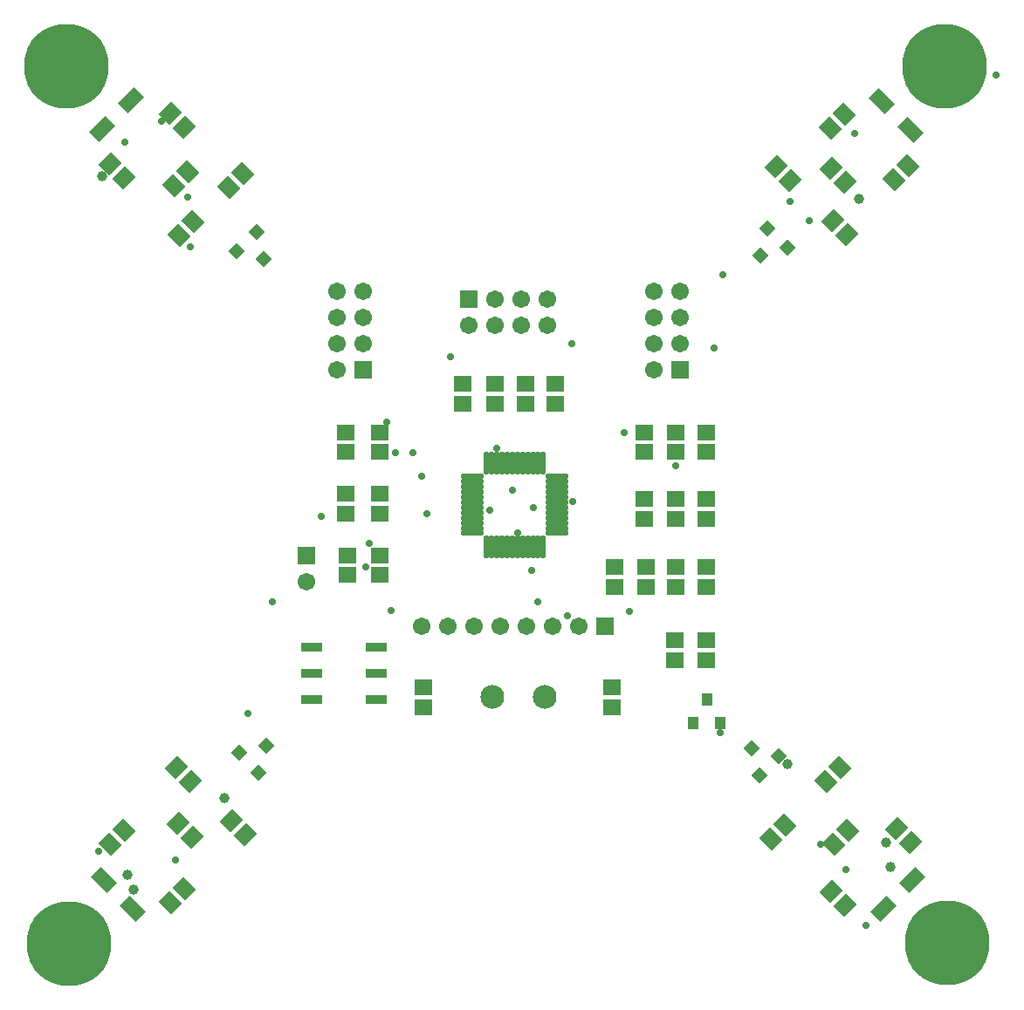
<source format=gts>
%FSLAX25Y25*%
%MOIN*%
G70*
G01*
G75*
G04 Layer_Color=8388736*
%ADD10R,0.05906X0.05118*%
%ADD11R,0.07480X0.02756*%
G04:AMPARAMS|DCode=12|XSize=59.06mil|YSize=51.18mil|CornerRadius=0mil|HoleSize=0mil|Usage=FLASHONLY|Rotation=315.000|XOffset=0mil|YOffset=0mil|HoleType=Round|Shape=Rectangle|*
%AMROTATEDRECTD12*
4,1,4,-0.03897,0.00278,-0.00278,0.03897,0.03897,-0.00278,0.00278,-0.03897,-0.03897,0.00278,0.0*
%
%ADD12ROTATEDRECTD12*%

G04:AMPARAMS|DCode=13|XSize=59.06mil|YSize=51.18mil|CornerRadius=0mil|HoleSize=0mil|Usage=FLASHONLY|Rotation=225.000|XOffset=0mil|YOffset=0mil|HoleType=Round|Shape=Rectangle|*
%AMROTATEDRECTD13*
4,1,4,0.00278,0.03897,0.03897,0.00278,-0.00278,-0.03897,-0.03897,-0.00278,0.00278,0.03897,0.0*
%
%ADD13ROTATEDRECTD13*%

%ADD14O,0.08268X0.01181*%
%ADD15O,0.01181X0.08268*%
G04:AMPARAMS|DCode=16|XSize=78.74mil|YSize=47.24mil|CornerRadius=0mil|HoleSize=0mil|Usage=FLASHONLY|Rotation=225.000|XOffset=0mil|YOffset=0mil|HoleType=Round|Shape=Rectangle|*
%AMROTATEDRECTD16*
4,1,4,0.01114,0.04454,0.04454,0.01114,-0.01114,-0.04454,-0.04454,-0.01114,0.01114,0.04454,0.0*
%
%ADD16ROTATEDRECTD16*%

G04:AMPARAMS|DCode=17|XSize=78.74mil|YSize=47.24mil|CornerRadius=0mil|HoleSize=0mil|Usage=FLASHONLY|Rotation=135.000|XOffset=0mil|YOffset=0mil|HoleType=Round|Shape=Rectangle|*
%AMROTATEDRECTD17*
4,1,4,0.04454,-0.01114,0.01114,-0.04454,-0.04454,0.01114,-0.01114,0.04454,0.04454,-0.01114,0.0*
%
%ADD17ROTATEDRECTD17*%

G04:AMPARAMS|DCode=18|XSize=35.43mil|YSize=37.4mil|CornerRadius=0mil|HoleSize=0mil|Usage=FLASHONLY|Rotation=225.000|XOffset=0mil|YOffset=0mil|HoleType=Round|Shape=Rectangle|*
%AMROTATEDRECTD18*
4,1,4,-0.00070,0.02575,0.02575,-0.00070,0.00070,-0.02575,-0.02575,0.00070,-0.00070,0.02575,0.0*
%
%ADD18ROTATEDRECTD18*%

G04:AMPARAMS|DCode=19|XSize=35.43mil|YSize=37.4mil|CornerRadius=0mil|HoleSize=0mil|Usage=FLASHONLY|Rotation=225.000|XOffset=0mil|YOffset=0mil|HoleType=Round|Shape=Rectangle|*
%AMROTATEDRECTD19*
4,1,4,-0.00070,0.02575,0.02575,-0.00070,0.00070,-0.02575,-0.02575,0.00070,-0.00070,0.02575,0.0*
%
%ADD19ROTATEDRECTD19*%

G04:AMPARAMS|DCode=20|XSize=35.43mil|YSize=37.4mil|CornerRadius=0mil|HoleSize=0mil|Usage=FLASHONLY|Rotation=315.000|XOffset=0mil|YOffset=0mil|HoleType=Round|Shape=Rectangle|*
%AMROTATEDRECTD20*
4,1,4,-0.02575,-0.00070,0.00070,0.02575,0.02575,0.00070,-0.00070,-0.02575,-0.02575,-0.00070,0.0*
%
%ADD20ROTATEDRECTD20*%

G04:AMPARAMS|DCode=21|XSize=35.43mil|YSize=37.4mil|CornerRadius=0mil|HoleSize=0mil|Usage=FLASHONLY|Rotation=315.000|XOffset=0mil|YOffset=0mil|HoleType=Round|Shape=Rectangle|*
%AMROTATEDRECTD21*
4,1,4,-0.02575,-0.00070,0.00070,0.02575,0.02575,0.00070,-0.00070,-0.02575,-0.02575,-0.00070,0.0*
%
%ADD21ROTATEDRECTD21*%

%ADD22R,0.03543X0.03740*%
%ADD23R,0.03543X0.03740*%
%ADD24C,0.01063*%
%ADD25C,0.01181*%
%ADD26C,0.02756*%
%ADD27C,0.01969*%
%ADD28C,0.05906*%
%ADD29R,0.05906X0.05906*%
%ADD30R,0.05906X0.05906*%
%ADD31C,0.31496*%
%ADD32C,0.08268*%
%ADD33C,0.01969*%
%ADD34C,0.03150*%
%ADD35R,0.05118X0.05906*%
%ADD36R,0.06000X0.06000*%
%ADD37R,0.01575X0.03937*%
%ADD38R,0.01575X0.03937*%
%ADD39C,0.02362*%
%ADD40C,0.00984*%
%ADD41C,0.01000*%
%ADD42C,0.00787*%
%ADD43R,0.06706X0.05918*%
%ADD44R,0.08280X0.03556*%
G04:AMPARAMS|DCode=45|XSize=67.06mil|YSize=59.18mil|CornerRadius=0mil|HoleSize=0mil|Usage=FLASHONLY|Rotation=315.000|XOffset=0mil|YOffset=0mil|HoleType=Round|Shape=Rectangle|*
%AMROTATEDRECTD45*
4,1,4,-0.04463,0.00278,-0.00278,0.04463,0.04463,-0.00278,0.00278,-0.04463,-0.04463,0.00278,0.0*
%
%ADD45ROTATEDRECTD45*%

G04:AMPARAMS|DCode=46|XSize=67.06mil|YSize=59.18mil|CornerRadius=0mil|HoleSize=0mil|Usage=FLASHONLY|Rotation=225.000|XOffset=0mil|YOffset=0mil|HoleType=Round|Shape=Rectangle|*
%AMROTATEDRECTD46*
4,1,4,0.00278,0.04463,0.04463,0.00278,-0.00278,-0.04463,-0.04463,-0.00278,0.00278,0.04463,0.0*
%
%ADD46ROTATEDRECTD46*%

%ADD47O,0.09068X0.01981*%
%ADD48O,0.01981X0.09068*%
G04:AMPARAMS|DCode=49|XSize=86.74mil|YSize=55.24mil|CornerRadius=0mil|HoleSize=0mil|Usage=FLASHONLY|Rotation=225.000|XOffset=0mil|YOffset=0mil|HoleType=Round|Shape=Rectangle|*
%AMROTATEDRECTD49*
4,1,4,0.01114,0.05020,0.05020,0.01114,-0.01114,-0.05020,-0.05020,-0.01114,0.01114,0.05020,0.0*
%
%ADD49ROTATEDRECTD49*%

G04:AMPARAMS|DCode=50|XSize=86.74mil|YSize=55.24mil|CornerRadius=0mil|HoleSize=0mil|Usage=FLASHONLY|Rotation=135.000|XOffset=0mil|YOffset=0mil|HoleType=Round|Shape=Rectangle|*
%AMROTATEDRECTD50*
4,1,4,0.05020,-0.01114,0.01114,-0.05020,-0.05020,0.01114,-0.01114,0.05020,0.05020,-0.01114,0.0*
%
%ADD50ROTATEDRECTD50*%

G04:AMPARAMS|DCode=51|XSize=43.43mil|YSize=45.4mil|CornerRadius=0mil|HoleSize=0mil|Usage=FLASHONLY|Rotation=225.000|XOffset=0mil|YOffset=0mil|HoleType=Round|Shape=Rectangle|*
%AMROTATEDRECTD51*
4,1,4,-0.00070,0.03141,0.03141,-0.00070,0.00070,-0.03141,-0.03141,0.00070,-0.00070,0.03141,0.0*
%
%ADD51ROTATEDRECTD51*%

G04:AMPARAMS|DCode=52|XSize=43.43mil|YSize=45.4mil|CornerRadius=0mil|HoleSize=0mil|Usage=FLASHONLY|Rotation=225.000|XOffset=0mil|YOffset=0mil|HoleType=Round|Shape=Rectangle|*
%AMROTATEDRECTD52*
4,1,4,-0.00070,0.03141,0.03141,-0.00070,0.00070,-0.03141,-0.03141,0.00070,-0.00070,0.03141,0.0*
%
%ADD52ROTATEDRECTD52*%

G04:AMPARAMS|DCode=53|XSize=43.43mil|YSize=45.4mil|CornerRadius=0mil|HoleSize=0mil|Usage=FLASHONLY|Rotation=315.000|XOffset=0mil|YOffset=0mil|HoleType=Round|Shape=Rectangle|*
%AMROTATEDRECTD53*
4,1,4,-0.03141,-0.00070,0.00070,0.03141,0.03141,0.00070,-0.00070,-0.03141,-0.03141,-0.00070,0.0*
%
%ADD53ROTATEDRECTD53*%

G04:AMPARAMS|DCode=54|XSize=43.43mil|YSize=45.4mil|CornerRadius=0mil|HoleSize=0mil|Usage=FLASHONLY|Rotation=315.000|XOffset=0mil|YOffset=0mil|HoleType=Round|Shape=Rectangle|*
%AMROTATEDRECTD54*
4,1,4,-0.03141,-0.00070,0.00070,0.03141,0.03141,0.00070,-0.00070,-0.03141,-0.03141,-0.00070,0.0*
%
%ADD54ROTATEDRECTD54*%

%ADD55R,0.04343X0.04540*%
%ADD56R,0.04343X0.04540*%
%ADD57C,0.06706*%
%ADD58R,0.06706X0.06706*%
%ADD59R,0.06706X0.06706*%
%ADD60C,0.32296*%
%ADD61C,0.09068*%
%ADD62C,0.02769*%
%ADD63C,0.03950*%
D43*
X453500Y801760D02*
D03*
Y809240D02*
D03*
X442000Y801760D02*
D03*
Y809240D02*
D03*
X430000Y801760D02*
D03*
Y809240D02*
D03*
X453500Y783240D02*
D03*
Y775760D02*
D03*
X442000Y783240D02*
D03*
Y775760D02*
D03*
X430500Y783240D02*
D03*
Y775760D02*
D03*
X384500Y845760D02*
D03*
Y853240D02*
D03*
X373000D02*
D03*
Y845760D02*
D03*
X360500Y853240D02*
D03*
Y845760D02*
D03*
X316500Y787740D02*
D03*
Y780260D02*
D03*
X453500Y834740D02*
D03*
Y827260D02*
D03*
X396000Y853240D02*
D03*
Y845760D02*
D03*
X453500Y747760D02*
D03*
Y755240D02*
D03*
X441500Y747760D02*
D03*
Y755240D02*
D03*
X329000Y827260D02*
D03*
Y834740D02*
D03*
X316000Y827260D02*
D03*
Y834740D02*
D03*
X329000Y780260D02*
D03*
Y787740D02*
D03*
Y803760D02*
D03*
Y811240D02*
D03*
X316000D02*
D03*
Y803760D02*
D03*
X442000Y834740D02*
D03*
Y827260D02*
D03*
X418500Y783240D02*
D03*
Y775760D02*
D03*
X430000Y827260D02*
D03*
Y834740D02*
D03*
X417500Y737240D02*
D03*
Y729760D02*
D03*
X345500D02*
D03*
Y737240D02*
D03*
D44*
X327500Y732500D02*
D03*
Y742500D02*
D03*
Y752500D02*
D03*
X303000Y732500D02*
D03*
Y742500D02*
D03*
Y752500D02*
D03*
D45*
X507645Y682645D02*
D03*
X502355Y677355D02*
D03*
X478355Y679355D02*
D03*
X483645Y684645D02*
D03*
X504645Y706645D02*
D03*
X499355Y701355D02*
D03*
X506145Y956145D02*
D03*
X500855Y950855D02*
D03*
X525355Y931355D02*
D03*
X530645Y936645D02*
D03*
X250355Y928855D02*
D03*
X255645Y934145D02*
D03*
X248855Y654855D02*
D03*
X254145Y660145D02*
D03*
X225855Y677355D02*
D03*
X231145Y682645D02*
D03*
X276645Y933645D02*
D03*
X271355Y928355D02*
D03*
X252355Y909855D02*
D03*
X257645Y915145D02*
D03*
D46*
X531463Y678037D02*
D03*
X526173Y683327D02*
D03*
X501173Y659327D02*
D03*
X506463Y654037D02*
D03*
X507145Y910355D02*
D03*
X501855Y915645D02*
D03*
X480355Y936145D02*
D03*
X485645Y930855D02*
D03*
X501355Y935645D02*
D03*
X506645Y930355D02*
D03*
X257145Y679855D02*
D03*
X251855Y685145D02*
D03*
X277645Y680855D02*
D03*
X272355Y686145D02*
D03*
X251355Y706645D02*
D03*
X256645Y701355D02*
D03*
X254145Y951355D02*
D03*
X248855Y956645D02*
D03*
X225855Y937145D02*
D03*
X231145Y931855D02*
D03*
D47*
X364358Y796173D02*
D03*
Y798142D02*
D03*
X364358Y800110D02*
D03*
Y802079D02*
D03*
Y804047D02*
D03*
Y806016D02*
D03*
Y807984D02*
D03*
Y809953D02*
D03*
Y811921D02*
D03*
Y813890D02*
D03*
X364358Y815858D02*
D03*
Y817827D02*
D03*
X396642D02*
D03*
Y815858D02*
D03*
X396642Y813890D02*
D03*
Y811921D02*
D03*
Y809953D02*
D03*
Y807984D02*
D03*
Y806016D02*
D03*
Y804047D02*
D03*
Y802079D02*
D03*
Y800110D02*
D03*
X396642Y798142D02*
D03*
Y796173D02*
D03*
D48*
X369673Y823142D02*
D03*
X371642D02*
D03*
X373610Y823142D02*
D03*
X375579D02*
D03*
X377547D02*
D03*
X379516D02*
D03*
X381484D02*
D03*
X383453D02*
D03*
X385421D02*
D03*
X387390D02*
D03*
X389358Y823142D02*
D03*
X391327D02*
D03*
Y790858D02*
D03*
X389358D02*
D03*
X387390Y790858D02*
D03*
X385421D02*
D03*
X383453D02*
D03*
X381484D02*
D03*
X379516D02*
D03*
X377547D02*
D03*
X375579D02*
D03*
X373610D02*
D03*
X371642Y790858D02*
D03*
X369673D02*
D03*
D49*
X521105Y652581D02*
D03*
X532065Y663542D02*
D03*
X233713Y961601D02*
D03*
X222753Y950640D02*
D03*
D50*
X223399Y663713D02*
D03*
X234360Y652753D02*
D03*
X531601Y950287D02*
D03*
X520640Y961247D02*
D03*
D51*
X284544Y901116D02*
D03*
X281707Y911364D02*
D03*
X470956Y713884D02*
D03*
X473793Y703636D02*
D03*
D52*
X274282Y903939D02*
D03*
X481218Y711061D02*
D03*
D53*
X285384Y715044D02*
D03*
X275136Y712207D02*
D03*
X474116Y902456D02*
D03*
X484364Y905293D02*
D03*
D54*
X282561Y704782D02*
D03*
X476939Y912718D02*
D03*
D55*
X453740Y732752D02*
D03*
X448500Y723500D02*
D03*
D56*
X459000D02*
D03*
D57*
X301000Y777500D02*
D03*
X393000Y885500D02*
D03*
Y875500D02*
D03*
X383000Y885500D02*
D03*
Y875500D02*
D03*
X373000Y885500D02*
D03*
Y875500D02*
D03*
X363000D02*
D03*
X443500Y868500D02*
D03*
Y878500D02*
D03*
Y888500D02*
D03*
X433500Y858500D02*
D03*
Y868500D02*
D03*
Y878500D02*
D03*
Y888500D02*
D03*
X322500Y868500D02*
D03*
Y878500D02*
D03*
Y888500D02*
D03*
X312500Y858500D02*
D03*
Y868500D02*
D03*
Y878500D02*
D03*
Y888500D02*
D03*
X345000Y760500D02*
D03*
X355000D02*
D03*
X365000D02*
D03*
X375000D02*
D03*
X385000D02*
D03*
X395000D02*
D03*
X405000D02*
D03*
D58*
X301000Y787500D02*
D03*
X443500Y858500D02*
D03*
X322500D02*
D03*
D59*
X363000Y885500D02*
D03*
X415000Y760500D02*
D03*
D60*
X545500Y639500D02*
D03*
X210318Y639318D02*
D03*
X544682Y974682D02*
D03*
X209318D02*
D03*
D61*
X392000Y733500D02*
D03*
X372000D02*
D03*
D62*
X400450Y764500D02*
D03*
X323600Y783200D02*
D03*
X335000Y827000D02*
D03*
X341500D02*
D03*
X456500Y867000D02*
D03*
X371000Y805000D02*
D03*
X324850Y792250D02*
D03*
X345000Y818000D02*
D03*
X347000Y803500D02*
D03*
X306500Y802500D02*
D03*
X288000Y770000D02*
D03*
X256500Y905500D02*
D03*
X402200Y868500D02*
D03*
X373610Y828600D02*
D03*
X381400Y796300D02*
D03*
X278500Y727400D02*
D03*
X389358Y769900D02*
D03*
X492900Y915645D02*
D03*
X387390Y806090D02*
D03*
X510300Y949000D02*
D03*
X497145Y677355D02*
D03*
X459700Y894900D02*
D03*
X255645Y924700D02*
D03*
X387000Y781853D02*
D03*
X379600Y812600D02*
D03*
X422140Y834740D02*
D03*
X442000Y821900D02*
D03*
X402600Y808400D02*
D03*
X331600Y838600D02*
D03*
X424200Y766400D02*
D03*
X355900Y863500D02*
D03*
X564100Y971200D02*
D03*
X485645Y922900D02*
D03*
X459000Y719900D02*
D03*
X250855Y671255D02*
D03*
X333300Y766800D02*
D03*
X245600Y953700D02*
D03*
X231500Y945500D02*
D03*
X507000Y667500D02*
D03*
X221600Y674736D02*
D03*
X514400Y646464D02*
D03*
D63*
X223000Y932500D02*
D03*
X484500Y708000D02*
D03*
X524000Y668500D02*
D03*
X232500Y665500D02*
D03*
X234700Y660100D02*
D03*
X269500Y694900D02*
D03*
X522300Y678037D02*
D03*
X512000Y924000D02*
D03*
M02*

</source>
